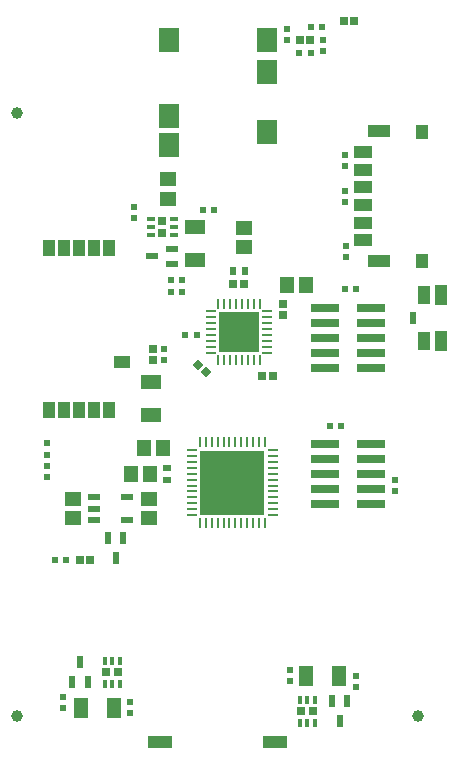
<source format=gtp>
G04*
G04 #@! TF.GenerationSoftware,Altium Limited,Altium Designer,18.1.7 (191)*
G04*
G04 Layer_Color=8421504*
%FSLAX25Y25*%
%MOIN*%
G70*
G01*
G75*
%ADD15R,0.04232X0.06594*%
%ADD16R,0.07087X0.05118*%
%ADD17C,0.03937*%
%ADD18R,0.06693X0.07874*%
%ADD19R,0.05709X0.05118*%
%ADD20R,0.02362X0.02165*%
%ADD21R,0.02559X0.02913*%
%ADD22R,0.01378X0.02756*%
%ADD23R,0.01968X0.03937*%
%ADD24R,0.05118X0.07087*%
%ADD25R,0.07874X0.03937*%
%ADD26R,0.05118X0.05709*%
%ADD27R,0.02520X0.02284*%
%ADD28O,0.03347X0.00787*%
%ADD29O,0.00787X0.03347*%
%ADD30R,0.21260X0.21260*%
%ADD31R,0.02165X0.02362*%
%ADD32R,0.06299X0.03937*%
%ADD33R,0.07284X0.03937*%
%ADD34R,0.03937X0.05118*%
%ADD35R,0.04134X0.06496*%
%ADD36R,0.01968X0.04331*%
%ADD37R,0.09449X0.02992*%
%ADD38R,0.02520X0.02520*%
%ADD39P,0.03563X4X270.0*%
%ADD40R,0.02520X0.02520*%
%ADD41R,0.02284X0.02520*%
%ADD42O,0.00984X0.03543*%
%ADD43O,0.03543X0.00984*%
%ADD44R,0.13780X0.13780*%
%ADD45R,0.03937X0.05512*%
%ADD46R,0.05512X0.03937*%
%ADD47R,0.03937X0.01968*%
%ADD48R,0.02756X0.01378*%
%ADD49R,0.02913X0.02559*%
%ADD50R,0.05512X0.04528*%
%ADD51C,0.00591*%
%ADD52R,0.03937X0.02362*%
D15*
X153277Y175660D02*
D03*
X153297Y160482D02*
D03*
D16*
X56493Y135780D02*
D03*
Y146803D02*
D03*
X71261Y198425D02*
D03*
Y187402D02*
D03*
D17*
X11811Y236221D02*
D03*
X145669Y35433D02*
D03*
X11811D02*
D03*
D18*
X95095Y230118D02*
D03*
X62417Y225591D02*
D03*
Y260827D02*
D03*
X95095Y250000D02*
D03*
X62417Y235433D02*
D03*
X95095Y260827D02*
D03*
D19*
X87598Y191732D02*
D03*
Y198031D02*
D03*
X30512Y101378D02*
D03*
Y107677D02*
D03*
X55709Y101378D02*
D03*
Y107677D02*
D03*
D20*
X49567Y40059D02*
D03*
Y36319D02*
D03*
X27323Y37894D02*
D03*
Y41634D02*
D03*
X102724Y46949D02*
D03*
Y50689D02*
D03*
X124969Y48720D02*
D03*
Y44980D02*
D03*
X21850Y126279D02*
D03*
Y122539D02*
D03*
Y115059D02*
D03*
Y118799D02*
D03*
X137795Y110335D02*
D03*
Y114075D02*
D03*
X121063Y222342D02*
D03*
Y218602D02*
D03*
Y210531D02*
D03*
Y206791D02*
D03*
X121520Y192028D02*
D03*
Y188288D02*
D03*
X61024Y154035D02*
D03*
Y157776D02*
D03*
X50787Y201279D02*
D03*
Y205020D02*
D03*
X113779Y260788D02*
D03*
Y257048D02*
D03*
X101969Y260728D02*
D03*
Y264469D02*
D03*
D21*
X41662Y50000D02*
D03*
X45662D02*
D03*
X110630Y37008D02*
D03*
X106630D02*
D03*
D22*
X41103Y46181D02*
D03*
X43662D02*
D03*
X46221D02*
D03*
X41103Y53819D02*
D03*
X43662D02*
D03*
X46221D02*
D03*
X111189Y40827D02*
D03*
X108630D02*
D03*
X106071D02*
D03*
X111189Y33189D02*
D03*
X108630D02*
D03*
X106071D02*
D03*
D23*
X30276Y46654D02*
D03*
X35394D02*
D03*
X32835Y53347D02*
D03*
X122016Y40354D02*
D03*
X116898D02*
D03*
X119457Y33661D02*
D03*
X44736Y88121D02*
D03*
X42177Y94814D02*
D03*
X47295D02*
D03*
D24*
X44252Y38189D02*
D03*
X33229D02*
D03*
X119063Y48819D02*
D03*
X108039D02*
D03*
D25*
X59449Y26772D02*
D03*
X98032D02*
D03*
D26*
X60433Y124606D02*
D03*
X54134D02*
D03*
X56102Y115945D02*
D03*
X49803D02*
D03*
X101969Y179134D02*
D03*
X108268D02*
D03*
D27*
X62008Y118071D02*
D03*
Y114213D02*
D03*
D28*
X97047Y102362D02*
D03*
Y104331D02*
D03*
Y106299D02*
D03*
Y108268D02*
D03*
Y110236D02*
D03*
Y112205D02*
D03*
Y114173D02*
D03*
Y116142D02*
D03*
Y118110D02*
D03*
Y120079D02*
D03*
Y122047D02*
D03*
Y124016D02*
D03*
X70276D02*
D03*
Y122047D02*
D03*
Y120079D02*
D03*
Y118110D02*
D03*
Y116142D02*
D03*
Y114173D02*
D03*
Y112205D02*
D03*
Y110236D02*
D03*
Y108268D02*
D03*
Y106299D02*
D03*
Y104331D02*
D03*
Y102362D02*
D03*
D29*
X94488Y126575D02*
D03*
X92520D02*
D03*
X90551D02*
D03*
X88583D02*
D03*
X86614D02*
D03*
X84646D02*
D03*
X82677D02*
D03*
X80709D02*
D03*
X78740D02*
D03*
X76772D02*
D03*
X74803D02*
D03*
X72835D02*
D03*
Y99803D02*
D03*
X74803D02*
D03*
X76772D02*
D03*
X78740D02*
D03*
X80709D02*
D03*
X82677D02*
D03*
X84646D02*
D03*
X86614D02*
D03*
X88583D02*
D03*
X90551D02*
D03*
X92520D02*
D03*
X94488D02*
D03*
D30*
X83661Y113189D02*
D03*
D31*
X116241Y132109D02*
D03*
X119981D02*
D03*
X124980Y177559D02*
D03*
X121240D02*
D03*
X68012Y162402D02*
D03*
X71752D02*
D03*
X66814Y180709D02*
D03*
X63074D02*
D03*
X66814Y176772D02*
D03*
X63074D02*
D03*
X77462Y203937D02*
D03*
X73722D02*
D03*
X113681Y264961D02*
D03*
X109941D02*
D03*
X109744Y256299D02*
D03*
X106004D02*
D03*
X28268Y87417D02*
D03*
X24528D02*
D03*
D32*
X127165Y193898D02*
D03*
Y199803D02*
D03*
Y223425D02*
D03*
Y217520D02*
D03*
Y205709D02*
D03*
Y211614D02*
D03*
D33*
X132579Y230315D02*
D03*
Y187008D02*
D03*
D34*
X146850Y230118D02*
D03*
Y187205D02*
D03*
D35*
X147578Y160496D02*
D03*
Y175650D02*
D03*
D36*
X143740Y168071D02*
D03*
D37*
X129724Y151417D02*
D03*
X114370D02*
D03*
X129724Y156417D02*
D03*
Y161417D02*
D03*
Y166417D02*
D03*
Y171417D02*
D03*
X114370Y151417D02*
D03*
Y156417D02*
D03*
Y161417D02*
D03*
Y166417D02*
D03*
Y171417D02*
D03*
X129724Y106142D02*
D03*
X114370D02*
D03*
X129724Y111142D02*
D03*
Y116142D02*
D03*
Y121142D02*
D03*
Y126142D02*
D03*
X114370Y106142D02*
D03*
Y111142D02*
D03*
Y116142D02*
D03*
Y121142D02*
D03*
Y126142D02*
D03*
D38*
X100394Y172677D02*
D03*
Y169055D02*
D03*
X57087Y154095D02*
D03*
Y157717D02*
D03*
D39*
X74903Y149900D02*
D03*
X72342Y152462D02*
D03*
D40*
X93465Y148819D02*
D03*
X97087D02*
D03*
X84016Y179528D02*
D03*
X87638D02*
D03*
X124358Y266929D02*
D03*
X120736D02*
D03*
X109685Y260728D02*
D03*
X106063D02*
D03*
X32725Y87417D02*
D03*
X36347D02*
D03*
D41*
X87756Y183858D02*
D03*
X83898D02*
D03*
D42*
X92716Y172835D02*
D03*
X90748D02*
D03*
X88779D02*
D03*
X86811D02*
D03*
X84842D02*
D03*
X82874D02*
D03*
X80905D02*
D03*
X78937D02*
D03*
Y153937D02*
D03*
X80905D02*
D03*
X82874D02*
D03*
X84842D02*
D03*
X90748D02*
D03*
X92716D02*
D03*
X86811D02*
D03*
X88779D02*
D03*
D43*
X76378Y170276D02*
D03*
Y168307D02*
D03*
Y166339D02*
D03*
Y164370D02*
D03*
Y162402D02*
D03*
Y160433D02*
D03*
Y158465D02*
D03*
Y156496D02*
D03*
X95276D02*
D03*
Y158465D02*
D03*
Y160433D02*
D03*
Y162402D02*
D03*
Y164370D02*
D03*
Y166339D02*
D03*
Y168307D02*
D03*
Y170276D02*
D03*
D44*
X85827Y163386D02*
D03*
D45*
X22520Y191339D02*
D03*
X27520D02*
D03*
X32520D02*
D03*
X37520D02*
D03*
X42520D02*
D03*
Y137402D02*
D03*
X37520D02*
D03*
X32520D02*
D03*
X27520D02*
D03*
X22520D02*
D03*
D46*
X46850Y153543D02*
D03*
D47*
X56891Y188583D02*
D03*
X63584Y191142D02*
D03*
Y186024D02*
D03*
D48*
X56417Y200984D02*
D03*
Y198425D02*
D03*
Y195866D02*
D03*
X64055Y200984D02*
D03*
Y198425D02*
D03*
Y195866D02*
D03*
D49*
X60236Y200425D02*
D03*
Y196425D02*
D03*
D50*
X62206Y214370D02*
D03*
Y207677D02*
D03*
D51*
X120020Y258918D02*
D03*
X117776D02*
D03*
X120020Y260827D02*
D03*
X117776D02*
D03*
X120020Y262737D02*
D03*
X117776D02*
D03*
D52*
X48524Y108268D02*
D03*
Y100787D02*
D03*
X37697D02*
D03*
Y104528D02*
D03*
Y108268D02*
D03*
M02*

</source>
